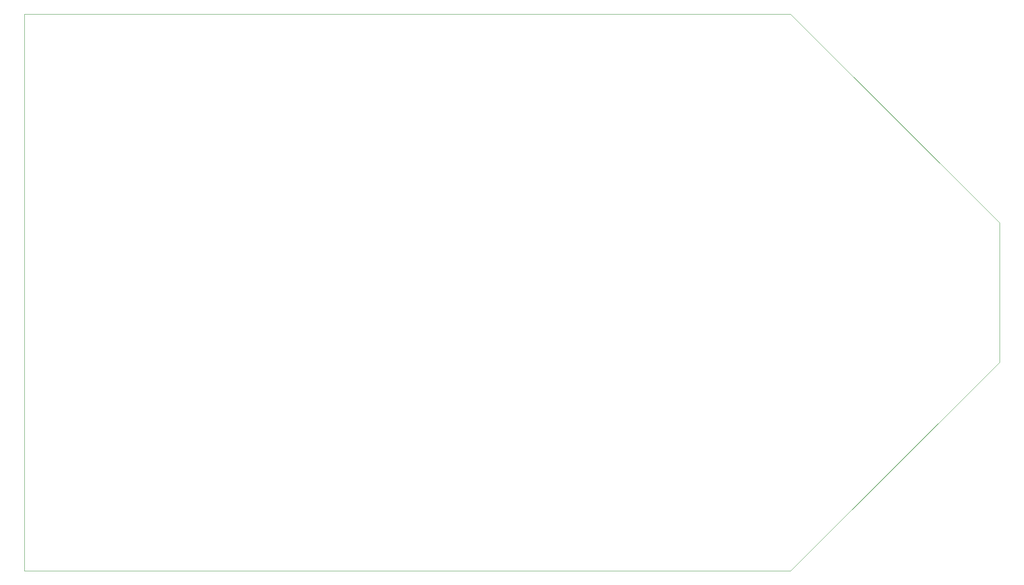
<source format=gbr>
%TF.GenerationSoftware,KiCad,Pcbnew,(5.1.10-1-10_14)*%
%TF.CreationDate,2021-06-11T06:32:06+09:00*%
%TF.ProjectId,demo32,64656d6f-3332-42e6-9b69-6361645f7063,rev?*%
%TF.SameCoordinates,Original*%
%TF.FileFunction,Profile,NP*%
%FSLAX46Y46*%
G04 Gerber Fmt 4.6, Leading zero omitted, Abs format (unit mm)*
G04 Created by KiCad (PCBNEW (5.1.10-1-10_14)) date 2021-06-11 06:32:06*
%MOMM*%
%LPD*%
G01*
G04 APERTURE LIST*
%TA.AperFunction,Profile*%
%ADD10C,0.050000*%
%TD*%
G04 APERTURE END LIST*
D10*
X215000000Y-140000000D02*
X50000000Y-140000000D01*
X260000000Y-95000000D02*
X215000000Y-140000000D01*
X260000000Y-65000000D02*
X260000000Y-95000000D01*
X215000000Y-20000000D02*
X260000000Y-65000000D01*
X50000000Y-20000000D02*
X50000000Y-140000000D01*
X215000000Y-20000000D02*
X50000000Y-20000000D01*
M02*

</source>
